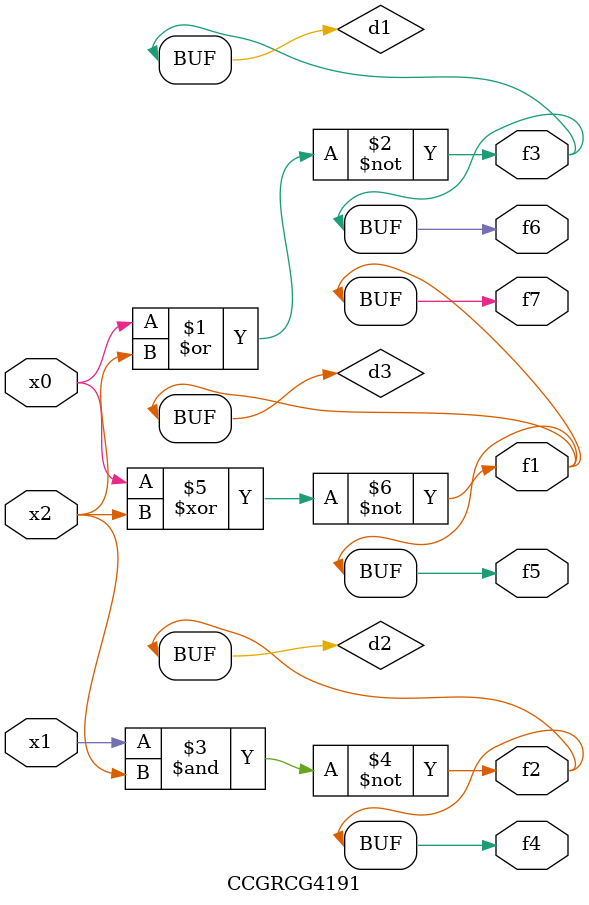
<source format=v>
module CCGRCG4191(
	input x0, x1, x2,
	output f1, f2, f3, f4, f5, f6, f7
);

	wire d1, d2, d3;

	nor (d1, x0, x2);
	nand (d2, x1, x2);
	xnor (d3, x0, x2);
	assign f1 = d3;
	assign f2 = d2;
	assign f3 = d1;
	assign f4 = d2;
	assign f5 = d3;
	assign f6 = d1;
	assign f7 = d3;
endmodule

</source>
